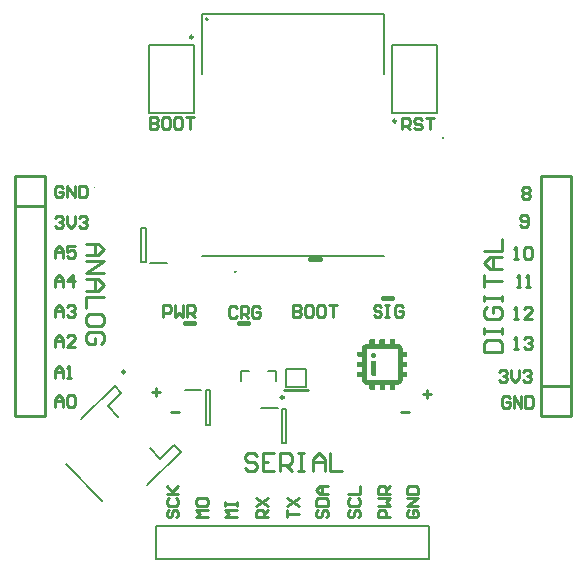
<source format=gbr>
%TF.GenerationSoftware,Altium Limited,Altium Designer,24.10.1 (45)*%
G04 Layer_Color=65535*
%FSLAX45Y45*%
%MOMM*%
%TF.SameCoordinates,EEF0193C-C13F-4000-B0C4-A13F86DA6223*%
%TF.FilePolarity,Positive*%
%TF.FileFunction,Legend,Top*%
%TF.Part,Single*%
G01*
G75*
%TA.AperFunction,NonConductor*%
%ADD50C,0.25400*%
%ADD51C,0.20000*%
%ADD52C,0.25000*%
%ADD53C,0.10000*%
%ADD54C,0.12700*%
%ADD55C,0.40000*%
%ADD56C,0.19990*%
G36*
X3272812Y2048469D02*
X3274065D01*
Y2047216D01*
X3275319D01*
Y2044709D01*
X3276572D01*
Y2008369D01*
X3277825D01*
Y2007116D01*
X3304140D01*
Y2005863D01*
X3310406D01*
Y2004609D01*
X3311659D01*
Y2003356D01*
X3315419D01*
Y2002103D01*
X3317925D01*
Y2000850D01*
X3320431D01*
Y1999597D01*
X3321684D01*
Y1998344D01*
X3324190D01*
Y1997091D01*
X3325443D01*
Y1995838D01*
X3326697D01*
Y1994584D01*
X3327950D01*
Y1993331D01*
X3329203D01*
Y1992078D01*
X3330456D01*
Y1990825D01*
X3331709D01*
Y1988319D01*
X3332962D01*
Y1987066D01*
X3334215D01*
Y1984559D01*
X3335469D01*
Y1983306D01*
X3336722D01*
Y1980800D01*
X3337975D01*
Y1977041D01*
X3339228D01*
Y1973281D01*
X3340481D01*
Y1943206D01*
X3341734D01*
Y1941953D01*
X3375569D01*
Y1940700D01*
X3376822D01*
Y1939447D01*
X3378075D01*
Y1938194D01*
X3379328D01*
Y1936941D01*
X3380581D01*
Y1913131D01*
Y1911878D01*
Y1904359D01*
X3379328D01*
Y1901853D01*
X3378075D01*
Y1900600D01*
X3376822D01*
Y1899347D01*
X3374315D01*
Y1898094D01*
X3341734D01*
Y1896841D01*
X3340481D01*
Y1856741D01*
X3341734D01*
Y1855488D01*
X3374315D01*
Y1854234D01*
X3376822D01*
Y1852981D01*
X3378075D01*
Y1851728D01*
X3379328D01*
Y1849222D01*
X3380581D01*
Y1816641D01*
X3379328D01*
Y1815388D01*
X3378075D01*
Y1812881D01*
X3375569D01*
Y1811628D01*
X3341734D01*
Y1810375D01*
X3340481D01*
Y1771528D01*
X3341734D01*
Y1770275D01*
X3342987D01*
Y1769022D01*
X3376822D01*
Y1767769D01*
X3378075D01*
Y1765263D01*
X3379328D01*
Y1764009D01*
X3380581D01*
Y1731428D01*
X3379328D01*
Y1728922D01*
X3378075D01*
Y1727669D01*
X3376822D01*
Y1726416D01*
X3374315D01*
Y1725163D01*
X3341734D01*
Y1723909D01*
X3340481D01*
Y1695088D01*
X3339228D01*
Y1692581D01*
X3337975D01*
Y1687569D01*
X3336722D01*
Y1685063D01*
X3335469D01*
Y1683809D01*
X3334215D01*
Y1681303D01*
X3332962D01*
Y1680050D01*
X3331709D01*
Y1677544D01*
X3330456D01*
Y1676291D01*
X3329203D01*
Y1675038D01*
X3327950D01*
Y1673784D01*
X3326697D01*
Y1672531D01*
X3325443D01*
Y1671278D01*
X3324190D01*
Y1670025D01*
X3321684D01*
Y1668772D01*
X3320431D01*
Y1667519D01*
X3317925D01*
Y1666266D01*
X3316672D01*
Y1665013D01*
X3312912D01*
Y1663759D01*
X3310406D01*
Y1662506D01*
X3304140D01*
Y1661253D01*
X3277825D01*
Y1660000D01*
X3276572D01*
Y1622406D01*
X3275319D01*
Y1621153D01*
X3274065D01*
Y1619900D01*
X3272812D01*
Y1618647D01*
X3270306D01*
Y1617394D01*
X3240231D01*
Y1618647D01*
X3236472D01*
Y1619900D01*
X3235219D01*
Y1621153D01*
X3233965D01*
Y1623659D01*
X3232712D01*
Y1660000D01*
X3231459D01*
Y1661253D01*
X3191359D01*
Y1623659D01*
X3190106D01*
Y1621153D01*
X3188853D01*
Y1619900D01*
X3187600D01*
Y1618647D01*
X3185093D01*
Y1617394D01*
X3153765D01*
Y1618647D01*
X3151259D01*
Y1619900D01*
X3150006D01*
Y1621153D01*
X3148753D01*
Y1622406D01*
X3147500D01*
Y1660000D01*
X3146247D01*
Y1661253D01*
X3104893D01*
Y1660000D01*
X3103640D01*
Y1658747D01*
X3104893D01*
Y1624913D01*
X3103640D01*
Y1621153D01*
X3101134D01*
Y1618647D01*
X3097375D01*
Y1617394D01*
X3067300D01*
Y1618647D01*
X3063540D01*
Y1619900D01*
X3062287D01*
Y1621153D01*
X3061034D01*
Y1624913D01*
X3059781D01*
Y1658747D01*
X3061034D01*
Y1660000D01*
X3059781D01*
Y1661253D01*
X3030959D01*
Y1662506D01*
X3025947D01*
Y1663759D01*
X3022187D01*
Y1665013D01*
X3019681D01*
Y1666266D01*
X3017175D01*
Y1667519D01*
X3014669D01*
Y1668772D01*
X3013415D01*
Y1670025D01*
X3012162D01*
Y1671278D01*
X3009656D01*
Y1672531D01*
X3008403D01*
Y1673784D01*
X3007150D01*
Y1675038D01*
X3005897D01*
Y1676291D01*
X3004643D01*
Y1678797D01*
X3003390D01*
Y1680050D01*
X3002137D01*
Y1681303D01*
X3000884D01*
Y1683809D01*
X2999631D01*
Y1686316D01*
X2998378D01*
Y1688822D01*
X2997125D01*
Y1692581D01*
X2995872D01*
Y1697594D01*
X2994619D01*
Y1725163D01*
X2963290D01*
Y1726416D01*
X2960784D01*
Y1727669D01*
X2959531D01*
Y1728922D01*
X2958278D01*
Y1730175D01*
X2957025D01*
Y1765263D01*
X2958278D01*
Y1766516D01*
X2959531D01*
Y1767769D01*
X2960784D01*
Y1769022D01*
X2993365D01*
Y1770275D01*
X2994619D01*
Y1812881D01*
X2962037D01*
Y1814134D01*
X2959531D01*
Y1815388D01*
X2958278D01*
Y1816641D01*
X2957025D01*
Y1852981D01*
X2959531D01*
Y1855488D01*
X2962037D01*
Y1856741D01*
X2994619D01*
Y1896841D01*
X2993365D01*
Y1898094D01*
X2962037D01*
Y1899347D01*
X2959531D01*
Y1901853D01*
X2957025D01*
Y1938194D01*
X2958278D01*
Y1939447D01*
X2959531D01*
Y1940700D01*
X2962037D01*
Y1941953D01*
X2994619D01*
Y1970775D01*
X2995872D01*
Y1974534D01*
X2997125D01*
Y1979547D01*
X2998378D01*
Y1982053D01*
X2999631D01*
Y1984559D01*
X3000884D01*
Y1987066D01*
X3002137D01*
Y1988319D01*
X3003390D01*
Y1989572D01*
X3004643D01*
Y1990825D01*
X3005897D01*
Y1992078D01*
X3007150D01*
Y1993331D01*
X3008403D01*
Y1994584D01*
X3009656D01*
Y1995838D01*
X3010909D01*
Y1997091D01*
X3012162D01*
Y1998344D01*
X3013415D01*
Y1999597D01*
X3015922D01*
Y2000850D01*
X3017175D01*
Y2002103D01*
X3019681D01*
Y2003356D01*
X3023440D01*
Y2004609D01*
X3025947D01*
Y2005863D01*
X3032212D01*
Y2007116D01*
X3059781D01*
Y2043456D01*
X3061034D01*
Y2045963D01*
X3062287D01*
Y2047216D01*
X3063540D01*
Y2048469D01*
X3064793D01*
Y2049722D01*
X3099881D01*
Y2048469D01*
X3101134D01*
Y2047216D01*
X3102387D01*
Y2045963D01*
X3103640D01*
Y2042203D01*
X3104893D01*
Y2007116D01*
X3144993D01*
Y2042203D01*
X3146247D01*
Y2044709D01*
X3147500D01*
Y2047216D01*
X3148753D01*
Y2048469D01*
X3150006D01*
Y2049722D01*
X3185093D01*
Y2048469D01*
X3186347D01*
Y2047216D01*
X3187600D01*
Y2045963D01*
X3188853D01*
Y2043456D01*
X3190106D01*
Y2007116D01*
X3231459D01*
Y2008369D01*
X3232712D01*
Y2043456D01*
X3233965D01*
Y2047216D01*
X3236472D01*
Y2049722D01*
X3272812D01*
Y2048469D01*
D02*
G37*
%LPC*%
G36*
X3297875Y1962003D02*
X3038478D01*
Y1705113D01*
X3039731D01*
Y1703859D01*
X3296622D01*
Y1705113D01*
X3297875D01*
Y1781553D01*
Y1782806D01*
Y1962003D01*
D02*
G37*
%LPD*%
G36*
X3102387Y1930675D02*
X3104893D01*
Y1929422D01*
X3107400D01*
Y1928169D01*
X3109906D01*
Y1926916D01*
X3111159D01*
Y1925663D01*
X3112412D01*
Y1924409D01*
X3113665D01*
Y1923156D01*
X3114919D01*
Y1920650D01*
X3116172D01*
Y1918144D01*
X3117425D01*
Y1911878D01*
X3118678D01*
Y1906866D01*
X3117425D01*
Y1900600D01*
X3116172D01*
Y1899347D01*
X3114919D01*
Y1896841D01*
X3113665D01*
Y1895588D01*
X3112412D01*
Y1894334D01*
X3111159D01*
Y1893081D01*
X3109906D01*
Y1891828D01*
X3108653D01*
Y1890575D01*
X3106147D01*
Y1889322D01*
X3102387D01*
Y1888069D01*
X3089856D01*
Y1889322D01*
X3086097D01*
Y1890575D01*
X3084843D01*
Y1891828D01*
X3082337D01*
Y1893081D01*
X3081084D01*
Y1894334D01*
X3079831D01*
Y1895588D01*
X3078578D01*
Y1896841D01*
X3077325D01*
Y1899347D01*
X3076072D01*
Y1901853D01*
X3074819D01*
Y1918144D01*
X3076072D01*
Y1919397D01*
X3077325D01*
Y1921903D01*
X3078578D01*
Y1924409D01*
X3079831D01*
Y1925663D01*
X3081084D01*
Y1926916D01*
X3083590D01*
Y1928169D01*
X3084843D01*
Y1929422D01*
X3087350D01*
Y1930675D01*
X3091109D01*
Y1931928D01*
X3102387D01*
Y1930675D01*
D02*
G37*
G36*
X3114919Y1740200D02*
X3113665D01*
Y1738947D01*
X3079831D01*
Y1740200D01*
X3077325D01*
Y1860500D01*
Y1861753D01*
Y1865513D01*
X3114919D01*
Y1740200D01*
D02*
G37*
D50*
X2335900Y1615900D02*
X2539100D01*
X4513000Y3427500D02*
X4767000D01*
Y1395500D02*
Y3427500D01*
X4513000Y1395500D02*
X4767000D01*
X4513000D02*
Y3427500D01*
Y1649500D02*
X4767000D01*
X63000Y1395000D02*
X317000D01*
X63000D02*
Y3427000D01*
X317000D01*
Y1395000D02*
Y3427000D01*
X63000Y3173000D02*
X317000D01*
X1935855Y2313323D02*
X1919194Y2329984D01*
X1885871D01*
X1869210Y2313323D01*
Y2246677D01*
X1885871Y2230016D01*
X1919194D01*
X1935855Y2246677D01*
X1969177Y2230016D02*
Y2329984D01*
X2019161D01*
X2035822Y2313323D01*
Y2280000D01*
X2019161Y2263339D01*
X1969177D01*
X2002500D02*
X2035822Y2230016D01*
X2135790Y2313323D02*
X2119129Y2329984D01*
X2085807D01*
X2069145Y2313323D01*
Y2246677D01*
X2085807Y2230016D01*
X2119129D01*
X2135790Y2246677D01*
Y2280000D01*
X2102468D01*
X1314210Y2235016D02*
Y2334984D01*
X1364194D01*
X1380855Y2318323D01*
Y2285000D01*
X1364194Y2268339D01*
X1314210D01*
X1414178Y2334984D02*
Y2235016D01*
X1447500Y2268339D01*
X1480823Y2235016D01*
Y2334984D01*
X1514145Y2235016D02*
Y2334984D01*
X1564129D01*
X1580790Y2318323D01*
Y2285000D01*
X1564129Y2268339D01*
X1514145D01*
X1547468D02*
X1580790Y2235016D01*
X1205552Y3927868D02*
Y3827900D01*
X1255535D01*
X1272197Y3844561D01*
Y3861222D01*
X1255535Y3877884D01*
X1205552D01*
X1255535D01*
X1272197Y3894545D01*
Y3911206D01*
X1255535Y3927868D01*
X1205552D01*
X1355503D02*
X1322181D01*
X1305519Y3911206D01*
Y3844561D01*
X1322181Y3827900D01*
X1355503D01*
X1372164Y3844561D01*
Y3911206D01*
X1355503Y3927868D01*
X1455471D02*
X1422149D01*
X1405487Y3911206D01*
Y3844561D01*
X1422149Y3827900D01*
X1455471D01*
X1472132Y3844561D01*
Y3911206D01*
X1455471Y3927868D01*
X1505455D02*
X1572100D01*
X1538777D01*
Y3827900D01*
X3338019Y3822900D02*
Y3922868D01*
X3388003D01*
X3404665Y3906206D01*
Y3872884D01*
X3388003Y3856222D01*
X3338019D01*
X3371342D02*
X3404665Y3822900D01*
X3504632Y3906206D02*
X3487971Y3922868D01*
X3454649D01*
X3437987Y3906206D01*
Y3889545D01*
X3454649Y3872884D01*
X3487971D01*
X3504632Y3856222D01*
Y3839561D01*
X3487971Y3822900D01*
X3454649D01*
X3437987Y3839561D01*
X3537955Y3922868D02*
X3604600D01*
X3571278D01*
Y3822900D01*
X1382900Y1432900D02*
X1449545D01*
X1222900Y1601223D02*
X1289545D01*
X1256223Y1634545D02*
Y1567900D01*
X3330400Y1427900D02*
X3397045D01*
X3515400Y1581222D02*
X3582045D01*
X3548722Y1614545D02*
Y1547900D01*
X464664Y3331206D02*
X448003Y3347868D01*
X414681D01*
X398019Y3331206D01*
Y3264561D01*
X414681Y3247900D01*
X448003D01*
X464664Y3264561D01*
Y3297884D01*
X431342D01*
X497987Y3247900D02*
Y3347868D01*
X564632Y3247900D01*
Y3347868D01*
X597955D02*
Y3247900D01*
X647939D01*
X664600Y3264561D01*
Y3331206D01*
X647939Y3347868D01*
X597955D01*
X397900Y3076206D02*
X414561Y3092868D01*
X447884D01*
X464545Y3076206D01*
Y3059545D01*
X447884Y3042884D01*
X431222D01*
X447884D01*
X464545Y3026223D01*
Y3009561D01*
X447884Y2992900D01*
X414561D01*
X397900Y3009561D01*
X497868Y3092868D02*
Y3026223D01*
X531190Y2992900D01*
X564513Y3026223D01*
Y3092868D01*
X597835Y3076206D02*
X614497Y3092868D01*
X647819D01*
X664481Y3076206D01*
Y3059545D01*
X647819Y3042884D01*
X631158D01*
X647819D01*
X664481Y3026223D01*
Y3009561D01*
X647819Y2992900D01*
X614497D01*
X597835Y3009561D01*
X397900Y2490400D02*
Y2557045D01*
X431222Y2590368D01*
X464545Y2557045D01*
Y2490400D01*
Y2540384D01*
X397900D01*
X547852Y2490400D02*
Y2590368D01*
X497868Y2540384D01*
X564513D01*
X398019Y1982900D02*
Y2049545D01*
X431342Y2082868D01*
X464664Y2049545D01*
Y1982900D01*
Y2032884D01*
X398019D01*
X564632Y1982900D02*
X497987D01*
X564632Y2049545D01*
Y2066206D01*
X547971Y2082868D01*
X514648D01*
X497987Y2066206D01*
X397900Y2737900D02*
Y2804545D01*
X431222Y2837868D01*
X464545Y2804545D01*
Y2737900D01*
Y2787884D01*
X397900D01*
X564513Y2837868D02*
X497868D01*
Y2787884D01*
X531190Y2804545D01*
X547852D01*
X564513Y2787884D01*
Y2754561D01*
X547852Y2737900D01*
X514529D01*
X497868Y2754561D01*
X397900Y2235400D02*
Y2302045D01*
X431222Y2335368D01*
X464545Y2302045D01*
Y2235400D01*
Y2285384D01*
X397900D01*
X497868Y2318706D02*
X514529Y2335368D01*
X547852D01*
X564513Y2318706D01*
Y2302045D01*
X547852Y2285384D01*
X531190D01*
X547852D01*
X564513Y2268722D01*
Y2252061D01*
X547852Y2235400D01*
X514529D01*
X497868Y2252061D01*
X397900Y1472900D02*
Y1539545D01*
X431222Y1572868D01*
X464545Y1539545D01*
Y1472900D01*
Y1522884D01*
X397900D01*
X497868Y1556206D02*
X514529Y1572868D01*
X547852D01*
X564513Y1556206D01*
Y1489561D01*
X547852Y1472900D01*
X514529D01*
X497868Y1489561D01*
Y1556206D01*
X397900Y1722900D02*
Y1789545D01*
X431222Y1822868D01*
X464545Y1789545D01*
Y1722900D01*
Y1772884D01*
X397900D01*
X497868Y1722900D02*
X531190D01*
X514529D01*
Y1822868D01*
X497868Y1806206D01*
X660400Y2857624D02*
X760368D01*
X810352Y2807641D01*
X760368Y2757657D01*
X660400D01*
X735376D01*
Y2857624D01*
X660400Y2707673D02*
X810352D01*
X660400Y2607705D01*
X810352D01*
X660400Y2557722D02*
X760368D01*
X810352Y2507738D01*
X760368Y2457754D01*
X660400D01*
X735376D01*
Y2557722D01*
X810352Y2407770D02*
X660400D01*
Y2307803D01*
X810352Y2182843D02*
Y2232827D01*
X785360Y2257819D01*
X685392D01*
X660400Y2232827D01*
Y2182843D01*
X685392Y2157851D01*
X785360D01*
X810352Y2182843D01*
X785360Y2007900D02*
X810352Y2032892D01*
Y2082875D01*
X785360Y2107867D01*
X685392D01*
X660400Y2082875D01*
Y2032892D01*
X685392Y2007900D01*
X735376D01*
Y2057883D01*
X1358793Y604545D02*
X1342132Y587884D01*
Y554561D01*
X1358793Y537900D01*
X1375455D01*
X1392116Y554561D01*
Y587884D01*
X1408777Y604545D01*
X1425438D01*
X1442100Y587884D01*
Y554561D01*
X1425438Y537900D01*
X1358793Y704512D02*
X1342132Y687851D01*
Y654529D01*
X1358793Y637867D01*
X1425438D01*
X1442100Y654529D01*
Y687851D01*
X1425438Y704512D01*
X1342132Y737835D02*
X1442100D01*
X1408777D01*
X1342132Y804480D01*
X1392116Y754497D01*
X1442100Y804480D01*
X1694600Y537900D02*
X1594632D01*
X1627955Y571222D01*
X1594632Y604545D01*
X1694600D01*
X1594632Y687851D02*
Y654529D01*
X1611293Y637867D01*
X1677938D01*
X1694600Y654529D01*
Y687851D01*
X1677938Y704512D01*
X1611293D01*
X1594632Y687851D01*
X1939600Y537900D02*
X1839632D01*
X1872955Y571222D01*
X1839632Y604545D01*
X1939600D01*
X1839632Y637868D02*
Y671190D01*
Y654529D01*
X1939600D01*
Y637868D01*
Y671190D01*
X2197099Y537900D02*
X2097132D01*
Y587884D01*
X2113793Y604545D01*
X2147116D01*
X2163777Y587884D01*
Y537900D01*
Y571222D02*
X2197099Y604545D01*
X2097132Y637867D02*
X2197099Y704512D01*
X2097132D02*
X2197099Y637867D01*
X2359632Y537900D02*
Y604545D01*
Y571222D01*
X2459600D01*
X2359632Y637868D02*
X2459600Y704513D01*
X2359632D02*
X2459600Y637868D01*
X2626293Y604545D02*
X2609632Y587884D01*
Y554561D01*
X2626293Y537900D01*
X2642955D01*
X2659616Y554561D01*
Y587884D01*
X2676277Y604545D01*
X2692938D01*
X2709600Y587884D01*
Y554561D01*
X2692938Y537900D01*
X2609632Y637868D02*
X2709600D01*
Y687852D01*
X2692938Y704513D01*
X2626293D01*
X2609632Y687852D01*
Y637868D01*
X2709600Y737835D02*
X2642955D01*
X2609632Y771158D01*
X2642955Y804480D01*
X2709600D01*
X2659616D01*
Y737835D01*
X2896293Y604545D02*
X2879632Y587884D01*
Y554561D01*
X2896293Y537900D01*
X2912955D01*
X2929616Y554561D01*
Y587884D01*
X2946277Y604545D01*
X2962938D01*
X2979600Y587884D01*
Y554561D01*
X2962938Y537900D01*
X2896293Y704513D02*
X2879632Y687852D01*
Y654529D01*
X2896293Y637868D01*
X2962938D01*
X2979600Y654529D01*
Y687852D01*
X2962938Y704513D01*
X2879632Y737835D02*
X2979600D01*
Y804480D01*
X3234600Y537900D02*
X3134632D01*
Y587884D01*
X3151293Y604545D01*
X3184616D01*
X3201277Y587884D01*
Y537900D01*
X3134632Y637867D02*
X3234600D01*
X3201277Y671190D01*
X3234600Y704512D01*
X3134632D01*
X3234600Y737835D02*
X3134632D01*
Y787819D01*
X3151293Y804480D01*
X3184616D01*
X3201277Y787819D01*
Y737835D01*
Y771158D02*
X3234600Y804480D01*
X3391294Y604545D02*
X3374632Y587884D01*
Y554561D01*
X3391294Y537900D01*
X3457939D01*
X3474600Y554561D01*
Y587884D01*
X3457939Y604545D01*
X3424616D01*
Y571222D01*
X3474600Y637868D02*
X3374632D01*
X3474600Y704513D01*
X3374632D01*
Y737835D02*
X3474600D01*
Y787819D01*
X3457939Y804480D01*
X3391294D01*
X3374632Y787819D01*
Y737835D01*
X2104834Y1055360D02*
X2079843Y1080351D01*
X2029859D01*
X2004867Y1055360D01*
Y1030368D01*
X2029859Y1005376D01*
X2079843D01*
X2104834Y980384D01*
Y955392D01*
X2079843Y930400D01*
X2029859D01*
X2004867Y955392D01*
X2254786Y1080351D02*
X2154818D01*
Y930400D01*
X2254786D01*
X2154818Y1005376D02*
X2204802D01*
X2304770Y930400D02*
Y1080351D01*
X2379746D01*
X2404737Y1055360D01*
Y1005376D01*
X2379746Y980384D01*
X2304770D01*
X2354754D02*
X2404737Y930400D01*
X2454721Y1080351D02*
X2504705D01*
X2479713D01*
Y930400D01*
X2454721D01*
X2504705D01*
X2579681D02*
Y1030368D01*
X2629665Y1080351D01*
X2679648Y1030368D01*
Y930400D01*
Y1005376D01*
X2579681D01*
X2729632Y1080351D02*
Y930400D01*
X2829600D01*
X4029649Y1942407D02*
X4179600D01*
Y2017383D01*
X4154608Y2042375D01*
X4054640D01*
X4029649Y2017383D01*
Y1942407D01*
Y2092359D02*
Y2142343D01*
Y2117351D01*
X4179600D01*
Y2092359D01*
Y2142343D01*
X4054640Y2317286D02*
X4029649Y2292294D01*
Y2242310D01*
X4054640Y2217318D01*
X4154608D01*
X4179600Y2242310D01*
Y2292294D01*
X4154608Y2317286D01*
X4104624D01*
Y2267302D01*
X4029649Y2367270D02*
Y2417254D01*
Y2392262D01*
X4179600D01*
Y2367270D01*
Y2417254D01*
X4029649Y2492229D02*
Y2592197D01*
Y2542213D01*
X4179600D01*
Y2642181D02*
X4079632D01*
X4029649Y2692165D01*
X4079632Y2742148D01*
X4179600D01*
X4104624D01*
Y2642181D01*
X4029649Y2792132D02*
X4179600D01*
Y2892100D01*
X4247164Y1548706D02*
X4230503Y1565368D01*
X4197181D01*
X4180519Y1548706D01*
Y1482061D01*
X4197181Y1465400D01*
X4230503D01*
X4247164Y1482061D01*
Y1515384D01*
X4213842D01*
X4280487Y1465400D02*
Y1565368D01*
X4347132Y1465400D01*
Y1565368D01*
X4380455D02*
Y1465400D01*
X4430439D01*
X4447100Y1482061D01*
Y1548706D01*
X4430439Y1565368D01*
X4380455D01*
X4160387Y1771207D02*
X4177048Y1787868D01*
X4210371D01*
X4227032Y1771207D01*
Y1754545D01*
X4210371Y1737884D01*
X4193709D01*
X4210371D01*
X4227032Y1721223D01*
Y1704561D01*
X4210371Y1687900D01*
X4177048D01*
X4160387Y1704561D01*
X4260354Y1787868D02*
Y1721223D01*
X4293677Y1687900D01*
X4326999Y1721223D01*
Y1787868D01*
X4360322Y1771207D02*
X4376984Y1787868D01*
X4410306D01*
X4426967Y1771207D01*
Y1754545D01*
X4410306Y1737884D01*
X4393645D01*
X4410306D01*
X4426967Y1721223D01*
Y1704561D01*
X4410306Y1687900D01*
X4376984D01*
X4360322Y1704561D01*
X4284516Y1967900D02*
X4317838D01*
X4301177D01*
Y2067868D01*
X4284516Y2051206D01*
X4367822D02*
X4384484Y2067868D01*
X4417806D01*
X4434467Y2051206D01*
Y2034545D01*
X4417806Y2017884D01*
X4401145D01*
X4417806D01*
X4434467Y2001223D01*
Y1984561D01*
X4417806Y1967900D01*
X4384484D01*
X4367822Y1984561D01*
X4284649Y2220400D02*
X4317971D01*
X4301310D01*
Y2320368D01*
X4284649Y2303706D01*
X4434600Y2220400D02*
X4367955D01*
X4434600Y2287045D01*
Y2303706D01*
X4417939Y2320368D01*
X4384616D01*
X4367955Y2303706D01*
X4305471Y2492900D02*
X4338794D01*
X4322133D01*
Y2592868D01*
X4305471Y2576206D01*
X4388778Y2492900D02*
X4422100D01*
X4405439D01*
Y2592868D01*
X4388778Y2576206D01*
X4284649Y2730400D02*
X4317971D01*
X4301310D01*
Y2830368D01*
X4284649Y2813706D01*
X4367955D02*
X4384616Y2830368D01*
X4417939D01*
X4434600Y2813706D01*
Y2747061D01*
X4417939Y2730400D01*
X4384616D01*
X4367955Y2747061D01*
Y2813706D01*
X4337822Y3012061D02*
X4354484Y2995400D01*
X4387806D01*
X4404467Y3012061D01*
Y3078706D01*
X4387806Y3095368D01*
X4354484D01*
X4337822Y3078706D01*
Y3062045D01*
X4354484Y3045384D01*
X4404467D01*
X4350322Y3316206D02*
X4366984Y3332868D01*
X4400306D01*
X4416967Y3316206D01*
Y3299545D01*
X4400306Y3282884D01*
X4416967Y3266223D01*
Y3249561D01*
X4400306Y3232900D01*
X4366984D01*
X4350322Y3249561D01*
Y3266223D01*
X4366984Y3282884D01*
X4350322Y3299545D01*
Y3316206D01*
X4366984Y3282884D02*
X4400306D01*
X3161685Y2318323D02*
X3145024Y2334984D01*
X3111702D01*
X3095040Y2318323D01*
Y2301661D01*
X3111702Y2285000D01*
X3145024D01*
X3161685Y2268339D01*
Y2251677D01*
X3145024Y2235016D01*
X3111702D01*
X3095040Y2251677D01*
X3195008Y2334984D02*
X3228331D01*
X3211669D01*
Y2235016D01*
X3195008D01*
X3228331D01*
X3344960Y2318323D02*
X3328298Y2334984D01*
X3294976D01*
X3278315Y2318323D01*
Y2251677D01*
X3294976Y2235016D01*
X3328298D01*
X3344960Y2251677D01*
Y2285000D01*
X3311637D01*
X2416726Y2337484D02*
Y2237516D01*
X2466710D01*
X2483371Y2254178D01*
Y2270839D01*
X2466710Y2287500D01*
X2416726D01*
X2466710D01*
X2483371Y2304161D01*
Y2320823D01*
X2466710Y2337484D01*
X2416726D01*
X2566677D02*
X2533355D01*
X2516693Y2320823D01*
Y2254178D01*
X2533355Y2237516D01*
X2566677D01*
X2583338Y2254178D01*
Y2320823D01*
X2566677Y2337484D01*
X2666645D02*
X2633323D01*
X2616661Y2320823D01*
Y2254178D01*
X2633323Y2237516D01*
X2666645D01*
X2683306Y2254178D01*
Y2320823D01*
X2666645Y2337484D01*
X2716629D02*
X2783274D01*
X2749952D01*
Y2237516D01*
D51*
X1692500Y4757500D02*
G03*
X1692500Y4757500I-10000J0D01*
G01*
X1927200Y2619500D02*
G03*
X1917200Y2619500I-5000J0D01*
G01*
D02*
G03*
X1927200Y2619500I5000J0D01*
G01*
X1194950Y4537500D02*
X1577450D01*
X1194950Y3962500D02*
Y4537500D01*
Y3962500D02*
X1577450D01*
Y4537500D01*
X3250050Y3962500D02*
X3632550D01*
Y4537500D01*
X3250050D02*
X3632550D01*
X3250050Y3962500D02*
Y4537500D01*
X1672500Y1615000D02*
X1712500D01*
Y1325000D02*
Y1615000D01*
X1672500Y1325000D02*
X1712500D01*
X1672500D02*
Y1615000D01*
X1497500Y1620000D02*
X1637500D01*
X619051Y1367665D02*
X901894Y1650508D01*
X958462Y1593939D01*
X845325Y1480802D02*
X958462Y1593939D01*
X845325Y1480802D02*
X933713Y1392414D01*
X1202414Y1123713D02*
X1290802Y1035325D01*
X1403939Y1148462D01*
X1460508Y1091893D01*
X1177665Y809051D02*
X1460508Y1091893D01*
X488236Y989363D02*
X799363Y678236D01*
X2142500Y1465000D02*
X2282500D01*
X2317500Y1170000D02*
Y1460000D01*
Y1170000D02*
X2357500D01*
Y1460000D01*
X2317500D02*
X2357500D01*
X2355000Y1639500D02*
Y1795500D01*
X2520000D01*
Y1639500D02*
Y1795500D01*
X2355000Y1639500D02*
X2520000D01*
X1970000Y1690000D02*
Y1777500D01*
X2197500D02*
X2270000D01*
X1970000D02*
X2042500D01*
X2270000Y1690000D02*
Y1777500D01*
X1127500Y2700000D02*
X1167500D01*
X1127500D02*
Y2990000D01*
X1167500D01*
Y2700000D02*
Y2990000D01*
X1202500Y2695000D02*
X1342500D01*
D52*
X1565500Y4605600D02*
G03*
X1565500Y4605600I-12500J0D01*
G01*
X3287000Y3894400D02*
G03*
X3287000Y3894400I-12500J0D01*
G01*
X990000Y1770000D02*
G03*
X990000Y1770000I-12500J0D01*
G01*
X2334000Y1554000D02*
G03*
X2334000Y1554000I-12500J0D01*
G01*
D53*
X725499Y3336931D02*
G03*
X732570Y3329860I3535J-3535D01*
G01*
D02*
G03*
X725499Y3336931I-3535J3535D01*
G01*
X3679959Y3747649D02*
G03*
X3687029Y3754720I3535J3535D01*
G01*
D02*
G03*
X3679959Y3747649I-3535J-3535D01*
G01*
D54*
X1642500Y4295000D02*
Y4800000D01*
Y2750000D02*
X3182500D01*
Y4295000D02*
Y4800000D01*
X1642500D02*
X3182500D01*
D55*
X1954992Y2185008D02*
X2034992D01*
X1494992Y2187508D02*
X1574992D01*
X3172508Y2397492D02*
X3252508D01*
X2559992Y2730008D02*
X2639992D01*
D56*
X1256800Y185300D02*
Y464700D01*
Y185300D02*
X3568200D01*
Y464700D01*
X1256800D02*
X3568200D01*
%TF.MD5,a6083021fb4c761e4a4fe397c0b52e95*%
M02*

</source>
